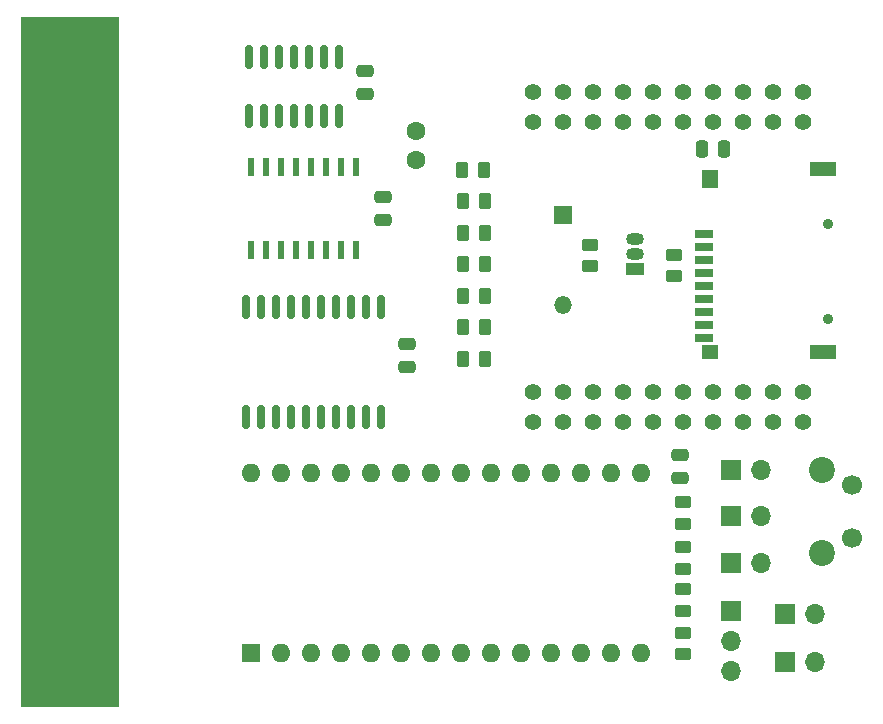
<source format=gbr>
G04 #@! TF.GenerationSoftware,KiCad,Pcbnew,7.0.10-7.0.10~ubuntu20.04.1*
G04 #@! TF.CreationDate,2024-02-18T22:33:17+01:00*
G04 #@! TF.ProjectId,ESP32Hardware,45535033-3248-4617-9264-776172652e6b,rev?*
G04 #@! TF.SameCoordinates,Original*
G04 #@! TF.FileFunction,Soldermask,Top*
G04 #@! TF.FilePolarity,Negative*
%FSLAX46Y46*%
G04 Gerber Fmt 4.6, Leading zero omitted, Abs format (unit mm)*
G04 Created by KiCad (PCBNEW 7.0.10-7.0.10~ubuntu20.04.1) date 2024-02-18 22:33:17*
%MOMM*%
%LPD*%
G01*
G04 APERTURE LIST*
G04 Aperture macros list*
%AMRoundRect*
0 Rectangle with rounded corners*
0 $1 Rounding radius*
0 $2 $3 $4 $5 $6 $7 $8 $9 X,Y pos of 4 corners*
0 Add a 4 corners polygon primitive as box body*
4,1,4,$2,$3,$4,$5,$6,$7,$8,$9,$2,$3,0*
0 Add four circle primitives for the rounded corners*
1,1,$1+$1,$2,$3*
1,1,$1+$1,$4,$5*
1,1,$1+$1,$6,$7*
1,1,$1+$1,$8,$9*
0 Add four rect primitives between the rounded corners*
20,1,$1+$1,$2,$3,$4,$5,0*
20,1,$1+$1,$4,$5,$6,$7,0*
20,1,$1+$1,$6,$7,$8,$9,0*
20,1,$1+$1,$8,$9,$2,$3,0*%
G04 Aperture macros list end*
%ADD10C,0.100000*%
%ADD11RoundRect,0.250000X-0.450000X0.262500X-0.450000X-0.262500X0.450000X-0.262500X0.450000X0.262500X0*%
%ADD12R,1.500000X1.050000*%
%ADD13O,1.500000X1.050000*%
%ADD14RoundRect,0.250000X-0.475000X0.250000X-0.475000X-0.250000X0.475000X-0.250000X0.475000X0.250000X0*%
%ADD15R,8.300000X58.420000*%
%ADD16R,8.000000X1.524000*%
%ADD17C,2.200000*%
%ADD18C,1.700000*%
%ADD19R,1.600000X1.600000*%
%ADD20O,1.600000X1.600000*%
%ADD21RoundRect,0.250000X0.450000X-0.262500X0.450000X0.262500X-0.450000X0.262500X-0.450000X-0.262500X0*%
%ADD22RoundRect,0.250000X0.262500X0.450000X-0.262500X0.450000X-0.262500X-0.450000X0.262500X-0.450000X0*%
%ADD23R,1.500000X1.500000*%
%ADD24O,1.500000X1.500000*%
%ADD25R,1.700000X1.700000*%
%ADD26O,1.700000X1.700000*%
%ADD27RoundRect,0.150000X0.150000X-0.875000X0.150000X0.875000X-0.150000X0.875000X-0.150000X-0.875000X0*%
%ADD28RoundRect,0.150000X0.150000X-0.825000X0.150000X0.825000X-0.150000X0.825000X-0.150000X-0.825000X0*%
%ADD29RoundRect,0.250000X-0.262500X-0.450000X0.262500X-0.450000X0.262500X0.450000X-0.262500X0.450000X0*%
%ADD30C,1.600000*%
%ADD31RoundRect,0.250000X-0.250000X-0.475000X0.250000X-0.475000X0.250000X0.475000X-0.250000X0.475000X0*%
%ADD32C,1.400000*%
%ADD33C,0.900000*%
%ADD34R,1.600000X0.700000*%
%ADD35R,2.200000X1.200000*%
%ADD36R,1.400000X1.600000*%
%ADD37R,1.400000X1.200000*%
%ADD38R,0.600000X1.500000*%
G04 APERTURE END LIST*
D10*
X164090000Y-112578000D02*
G75*
G03*
X162820000Y-112578000I-635000J0D01*
G01*
X162820000Y-112578000D02*
G75*
G03*
X164090000Y-112578000I635000J0D01*
G01*
X166399500Y-113828000D02*
G75*
G03*
X165510500Y-113828000I-444500J0D01*
G01*
X165510500Y-113828000D02*
G75*
G03*
X166399500Y-113828000I444500J0D01*
G01*
X166399500Y-118328000D02*
G75*
G03*
X165510500Y-118328000I-444500J0D01*
G01*
X165510500Y-118328000D02*
G75*
G03*
X166399500Y-118328000I444500J0D01*
G01*
X164090000Y-119578000D02*
G75*
G03*
X162820000Y-119578000I-635000J0D01*
G01*
X162820000Y-119578000D02*
G75*
G03*
X164090000Y-119578000I635000J0D01*
G01*
D11*
X143764000Y-95297000D03*
X143764000Y-93472000D03*
X150876000Y-96162500D03*
X150876000Y-94337500D03*
D12*
X147574000Y-95504000D03*
D13*
X147574000Y-94234000D03*
X147574000Y-92964000D03*
D14*
X128270000Y-101920000D03*
X128270000Y-103820000D03*
X126238000Y-89474000D03*
X126238000Y-91374000D03*
D15*
X99764000Y-103390000D03*
D16*
X99892274Y-76720000D03*
X99892274Y-79260000D03*
X99892274Y-81800000D03*
X99892274Y-84340000D03*
X99892274Y-86880000D03*
X99892274Y-89420000D03*
X99892274Y-91960000D03*
X99892274Y-94500000D03*
X99892274Y-97040000D03*
X99892274Y-99580000D03*
X99892274Y-102120000D03*
X99892274Y-104660000D03*
X99892274Y-107200000D03*
X99892274Y-109740000D03*
X99892274Y-112280000D03*
X99892274Y-114820000D03*
X99892274Y-117360000D03*
X99892274Y-119900000D03*
X99892274Y-122440000D03*
X99892274Y-124980000D03*
X99892274Y-127520000D03*
X99892274Y-130060000D03*
D17*
X163455000Y-112578000D03*
X163455000Y-119578000D03*
D18*
X165955000Y-113828000D03*
X165955000Y-118328000D03*
D19*
X115072000Y-128021000D03*
D20*
X117612000Y-128021000D03*
X120152000Y-128021000D03*
X122692000Y-128021000D03*
X125232000Y-128021000D03*
X127772000Y-128021000D03*
X130312000Y-128021000D03*
X132852000Y-128021000D03*
X135392000Y-128021000D03*
X137932000Y-128021000D03*
X140472000Y-128021000D03*
X143012000Y-128021000D03*
X145552000Y-128021000D03*
X148092000Y-128021000D03*
X148092000Y-112781000D03*
X145552000Y-112781000D03*
X143012000Y-112781000D03*
X140472000Y-112781000D03*
X137932000Y-112781000D03*
X135392000Y-112781000D03*
X132852000Y-112781000D03*
X130312000Y-112781000D03*
X127772000Y-112781000D03*
X125232000Y-112781000D03*
X122692000Y-112781000D03*
X120152000Y-112781000D03*
X117612000Y-112781000D03*
X115072000Y-112781000D03*
D21*
X151638000Y-128166500D03*
X151638000Y-126341500D03*
D22*
X133049000Y-89806300D03*
X134874000Y-89806300D03*
D14*
X124714000Y-78806000D03*
X124714000Y-80706000D03*
D23*
X141478000Y-90927000D03*
D24*
X141478000Y-98547000D03*
D25*
X155702000Y-116459000D03*
D26*
X158242000Y-116459000D03*
D11*
X151638000Y-122635000D03*
X151638000Y-124460000D03*
X151638000Y-119079000D03*
X151638000Y-120904000D03*
D27*
X114681000Y-108028000D03*
X115951000Y-108028000D03*
X117221000Y-108028000D03*
X118491000Y-108028000D03*
X119761000Y-108028000D03*
X121031000Y-108028000D03*
X122301000Y-108028000D03*
X123571000Y-108028000D03*
X124841000Y-108028000D03*
X126111000Y-108028000D03*
X126111000Y-98728000D03*
X124841000Y-98728000D03*
X123571000Y-98728000D03*
X122301000Y-98728000D03*
X121031000Y-98728000D03*
X119761000Y-98728000D03*
X118491000Y-98728000D03*
X117221000Y-98728000D03*
X115951000Y-98728000D03*
X114681000Y-98728000D03*
D14*
X151384000Y-111318000D03*
X151384000Y-113218000D03*
D28*
X114935000Y-82550000D03*
X116205000Y-82550000D03*
X117475000Y-82550000D03*
X118745000Y-82550000D03*
X120015000Y-82550000D03*
X121285000Y-82550000D03*
X122555000Y-82550000D03*
X122555000Y-77600000D03*
X121285000Y-77600000D03*
X120015000Y-77600000D03*
X118745000Y-77600000D03*
X117475000Y-77600000D03*
X116205000Y-77600000D03*
X114935000Y-77600000D03*
D29*
X134874000Y-100462800D03*
X133049000Y-100462800D03*
D30*
X129032000Y-86340000D03*
X129032000Y-83840000D03*
D29*
X134770500Y-87122000D03*
X132945500Y-87122000D03*
D22*
X133049000Y-92467500D03*
X134874000Y-92467500D03*
X133049000Y-97790000D03*
X134874000Y-97790000D03*
D31*
X155128000Y-85344000D03*
X153228000Y-85344000D03*
D21*
X151638000Y-117094000D03*
X151638000Y-115269000D03*
D32*
X161798000Y-80518000D03*
X161798000Y-83058000D03*
X159258000Y-80518000D03*
X159258000Y-83058000D03*
X156718000Y-80518000D03*
X156718000Y-83058000D03*
X154178000Y-80518000D03*
X154178000Y-83058000D03*
X151638000Y-80518000D03*
X151638000Y-83058000D03*
X149098000Y-80518000D03*
X149098000Y-83058000D03*
X146558000Y-80518000D03*
X146558000Y-83058000D03*
X144018000Y-80518000D03*
X144018000Y-83058000D03*
X141478000Y-80518000D03*
X141478000Y-83058000D03*
X138938000Y-80518000D03*
X138938000Y-83058000D03*
X161798000Y-105918000D03*
X161798000Y-108458000D03*
X159258000Y-105918000D03*
X159258000Y-108458000D03*
X156718000Y-105918000D03*
X156718000Y-108458000D03*
X154178000Y-105918000D03*
X154178000Y-108458000D03*
X151638000Y-105918000D03*
X151638000Y-108458000D03*
X149098000Y-105918000D03*
X149098000Y-108458000D03*
X146558000Y-105918000D03*
X146558000Y-108458000D03*
X144018000Y-105918000D03*
X144018000Y-108458000D03*
X141478000Y-105918000D03*
X141478000Y-108458000D03*
X138938000Y-105918000D03*
X138938000Y-108458000D03*
D25*
X155702000Y-120396000D03*
D26*
X158242000Y-120396000D03*
D25*
X155702000Y-124460000D03*
D26*
X155702000Y-127000000D03*
X155702000Y-129540000D03*
D25*
X160274000Y-128778000D03*
D26*
X162814000Y-128778000D03*
D25*
X155697000Y-112522000D03*
D26*
X158237000Y-112522000D03*
D25*
X160269000Y-124714000D03*
D26*
X162809000Y-124714000D03*
D33*
X163930545Y-91742968D03*
X163930545Y-99742968D03*
D34*
X153430545Y-92542968D03*
X153430545Y-93642968D03*
X153430545Y-94742968D03*
X153430545Y-95842968D03*
X153430545Y-96942968D03*
X153430545Y-98042968D03*
X153430545Y-99142968D03*
X153430545Y-100242968D03*
X153430545Y-101342968D03*
D35*
X163530545Y-87042968D03*
D36*
X153930545Y-87942968D03*
D35*
X163530545Y-102542968D03*
D37*
X153930545Y-102542968D03*
D29*
X133049000Y-103124000D03*
X134874000Y-103124000D03*
D38*
X115062000Y-93968000D03*
X116332000Y-93968000D03*
X117602000Y-93968000D03*
X118872000Y-93968000D03*
X120142000Y-93968000D03*
X121412000Y-93968000D03*
X122682000Y-93968000D03*
X123952000Y-93968000D03*
X123952000Y-86868000D03*
X122682000Y-86868000D03*
X121412000Y-86868000D03*
X120142000Y-86868000D03*
X118872000Y-86868000D03*
X117602000Y-86868000D03*
X116332000Y-86868000D03*
X115062000Y-86868000D03*
D22*
X133049000Y-95128800D03*
X134874000Y-95128800D03*
M02*

</source>
